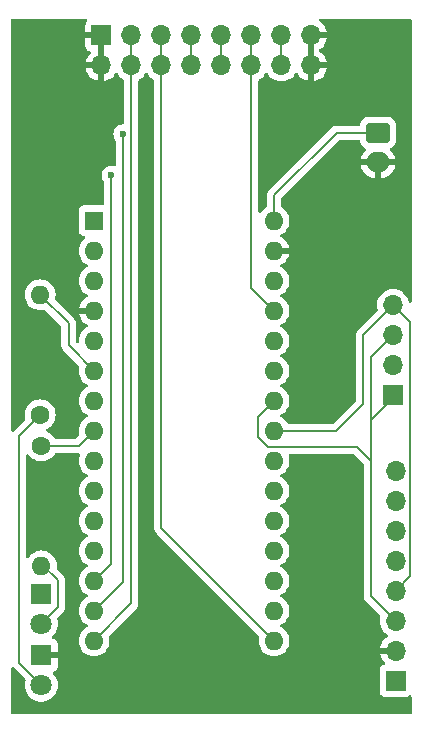
<source format=gbr>
%TF.GenerationSoftware,KiCad,Pcbnew,8.0.8*%
%TF.CreationDate,2025-01-20T03:53:25+01:00*%
%TF.ProjectId,NANO_MPU_SD_2Layers,4e414e4f-5f4d-4505-955f-53445f324c61,rev?*%
%TF.SameCoordinates,Original*%
%TF.FileFunction,Copper,L1,Top*%
%TF.FilePolarity,Positive*%
%FSLAX46Y46*%
G04 Gerber Fmt 4.6, Leading zero omitted, Abs format (unit mm)*
G04 Created by KiCad (PCBNEW 8.0.8) date 2025-01-20 03:53:25*
%MOMM*%
%LPD*%
G01*
G04 APERTURE LIST*
G04 Aperture macros list*
%AMRoundRect*
0 Rectangle with rounded corners*
0 $1 Rounding radius*
0 $2 $3 $4 $5 $6 $7 $8 $9 X,Y pos of 4 corners*
0 Add a 4 corners polygon primitive as box body*
4,1,4,$2,$3,$4,$5,$6,$7,$8,$9,$2,$3,0*
0 Add four circle primitives for the rounded corners*
1,1,$1+$1,$2,$3*
1,1,$1+$1,$4,$5*
1,1,$1+$1,$6,$7*
1,1,$1+$1,$8,$9*
0 Add four rect primitives between the rounded corners*
20,1,$1+$1,$2,$3,$4,$5,0*
20,1,$1+$1,$4,$5,$6,$7,0*
20,1,$1+$1,$6,$7,$8,$9,0*
20,1,$1+$1,$8,$9,$2,$3,0*%
G04 Aperture macros list end*
%TA.AperFunction,ComponentPad*%
%ADD10R,1.600000X1.600000*%
%TD*%
%TA.AperFunction,ComponentPad*%
%ADD11O,1.600000X1.600000*%
%TD*%
%TA.AperFunction,ComponentPad*%
%ADD12C,1.600000*%
%TD*%
%TA.AperFunction,ComponentPad*%
%ADD13R,1.800000X1.800000*%
%TD*%
%TA.AperFunction,ComponentPad*%
%ADD14C,1.800000*%
%TD*%
%TA.AperFunction,ComponentPad*%
%ADD15R,1.700000X1.700000*%
%TD*%
%TA.AperFunction,ComponentPad*%
%ADD16O,1.700000X1.700000*%
%TD*%
%TA.AperFunction,ComponentPad*%
%ADD17RoundRect,0.250000X-0.750000X0.600000X-0.750000X-0.600000X0.750000X-0.600000X0.750000X0.600000X0*%
%TD*%
%TA.AperFunction,ComponentPad*%
%ADD18O,2.000000X1.700000*%
%TD*%
%TA.AperFunction,ViaPad*%
%ADD19C,0.600000*%
%TD*%
%TA.AperFunction,Conductor*%
%ADD20C,0.200000*%
%TD*%
G04 APERTURE END LIST*
D10*
%TO.P,A1,1,D1/TX*%
%TO.N,unconnected-(A1-D1{slash}TX-Pad1)*%
X57560000Y-67660000D03*
D11*
%TO.P,A1,2,D0/RX*%
%TO.N,unconnected-(A1-D0{slash}RX-Pad2)*%
X57560000Y-70200000D03*
%TO.P,A1,3,~{RESET}*%
%TO.N,unconnected-(A1-~{RESET}-Pad3)*%
X57560000Y-72740000D03*
%TO.P,A1,4,GND*%
%TO.N,GND*%
X57560000Y-75280000D03*
%TO.P,A1,5,D2*%
%TO.N,unconnected-(A1-D2-Pad5)*%
X57560000Y-77820000D03*
%TO.P,A1,6,D3*%
%TO.N,Net-(A1-D3)*%
X57560000Y-80360000D03*
%TO.P,A1,7,D4*%
%TO.N,unconnected-(A1-D4-Pad7)*%
X57560000Y-82900000D03*
%TO.P,A1,8,D5*%
%TO.N,Net-(A1-D5)*%
X57560000Y-85440000D03*
%TO.P,A1,9,D6*%
%TO.N,unconnected-(A1-D6-Pad9)*%
X57560000Y-87980000D03*
%TO.P,A1,10,D7*%
%TO.N,unconnected-(A1-D7-Pad10)*%
X57560000Y-90520000D03*
%TO.P,A1,11,D8*%
%TO.N,unconnected-(A1-D8-Pad11)*%
X57560000Y-93060000D03*
%TO.P,A1,12,D9*%
%TO.N,unconnected-(A1-D9-Pad12)*%
X57560000Y-95600000D03*
%TO.P,A1,13,D10*%
%TO.N,Net-(A1-D10)*%
X57560000Y-98140000D03*
%TO.P,A1,14,D11*%
%TO.N,Net-(A1-D11)*%
X57560000Y-100680000D03*
%TO.P,A1,15,D12*%
%TO.N,Net-(A1-D12)*%
X57560000Y-103220000D03*
%TO.P,A1,16,D13*%
%TO.N,Net-(A1-D13)*%
X72800000Y-103220000D03*
%TO.P,A1,17,3V3*%
%TO.N,+3.3V*%
X72800000Y-100680000D03*
%TO.P,A1,18,AREF*%
%TO.N,unconnected-(A1-AREF-Pad18)*%
X72800000Y-98140000D03*
%TO.P,A1,19,A0*%
%TO.N,unconnected-(A1-A0-Pad19)*%
X72800000Y-95600000D03*
%TO.P,A1,20,A1*%
%TO.N,unconnected-(A1-A1-Pad20)*%
X72800000Y-93060000D03*
%TO.P,A1,21,A2*%
%TO.N,unconnected-(A1-A2-Pad21)*%
X72800000Y-90520000D03*
%TO.P,A1,22,A3*%
%TO.N,unconnected-(A1-A3-Pad22)*%
X72800000Y-87980000D03*
%TO.P,A1,23,A4*%
%TO.N,Net-(A1-A4)*%
X72800000Y-85440000D03*
%TO.P,A1,24,A5*%
%TO.N,Net-(A1-A5)*%
X72800000Y-82900000D03*
%TO.P,A1,25,A6*%
%TO.N,unconnected-(A1-A6-Pad25)*%
X72800000Y-80360000D03*
%TO.P,A1,26,A7*%
%TO.N,unconnected-(A1-A7-Pad26)*%
X72800000Y-77820000D03*
%TO.P,A1,27,+5V*%
%TO.N,+5V*%
X72800000Y-75280000D03*
%TO.P,A1,28,~{RESET}*%
%TO.N,unconnected-(A1-~{RESET}-Pad28)*%
X72800000Y-72740000D03*
%TO.P,A1,29,GND*%
%TO.N,GND*%
X72800000Y-70200000D03*
%TO.P,A1,30,VIN*%
%TO.N,Net-(A1-VIN)*%
X72800000Y-67660000D03*
%TD*%
D12*
%TO.P,R1,1*%
%TO.N,Net-(A1-D5)*%
X53100000Y-86720000D03*
D11*
%TO.P,R1,2*%
%TO.N,Net-(D1-A)*%
X53100000Y-96880000D03*
%TD*%
D13*
%TO.P,D2,1,K*%
%TO.N,GND*%
X53100000Y-104430000D03*
D14*
%TO.P,D2,2,A*%
%TO.N,Net-(D2-A)*%
X53100000Y-106970000D03*
%TD*%
D15*
%TO.P,J2,1,ePin_b2*%
%TO.N,GND*%
X58180000Y-51960000D03*
D16*
%TO.P,J2,2,ePin_a2*%
X58180000Y-54500000D03*
%TO.P,J2,3,eePin_b4*%
%TO.N,Net-(A1-D12)*%
X60720000Y-51960000D03*
%TO.P,J2,4,ePin_a4*%
X60720000Y-54500000D03*
%TO.P,J2,5,ePin_b6*%
%TO.N,Net-(A1-D13)*%
X63260000Y-51960000D03*
%TO.P,J2,6,ePin_a6*%
X63260000Y-54500000D03*
%TO.P,J2,7,ePin_b8*%
%TO.N,Net-(A1-D11)*%
X65800000Y-51960000D03*
%TO.P,J2,8,ePin_a8*%
X65800000Y-54500000D03*
%TO.P,J2,9,ePin_b10*%
%TO.N,Net-(A1-D10)*%
X68340000Y-51960000D03*
%TO.P,J2,10,ePin_a10*%
X68340000Y-54500000D03*
%TO.P,J2,11,ePin_b12*%
%TO.N,+5V*%
X70880000Y-51960000D03*
%TO.P,J2,12,ePin_a12*%
X70880000Y-54500000D03*
%TO.P,J2,13,Pin_b14*%
%TO.N,+3.3V*%
X73420000Y-51960000D03*
%TO.P,J2,14,ePin_a14*%
X73420000Y-54500000D03*
%TO.P,J2,15,ePin_b16*%
%TO.N,GND*%
X75960000Y-51960000D03*
%TO.P,J2,16,ePin_a16*%
X75960000Y-54500000D03*
%TD*%
D15*
%TO.P,J3,1,Pin_1*%
%TO.N,+3.3V*%
X82875000Y-82400000D03*
D16*
%TO.P,J3,2,Pin_2*%
%TO.N,GND*%
X82875000Y-79860000D03*
%TO.P,J3,3,Pin_3*%
%TO.N,Net-(A1-A5)*%
X82875000Y-77320000D03*
%TO.P,J3,4,Pin_4*%
%TO.N,Net-(A1-A4)*%
X82875000Y-74780000D03*
%TD*%
D13*
%TO.P,D1,1,K*%
%TO.N,GND*%
X53100000Y-99230000D03*
D14*
%TO.P,D1,2,A*%
%TO.N,Net-(D1-A)*%
X53100000Y-101770000D03*
%TD*%
D15*
%TO.P,J1,1,Pin_1*%
%TO.N,+3.3V*%
X83100000Y-106600000D03*
D16*
%TO.P,J1,2,Pin_2*%
%TO.N,GND*%
X83100000Y-104060000D03*
%TO.P,J1,3,Pin_3*%
%TO.N,Net-(A1-A5)*%
X83100000Y-101520000D03*
%TO.P,J1,4,Pin_4*%
%TO.N,Net-(A1-A4)*%
X83100000Y-98980000D03*
%TO.P,J1,5,Pin_5*%
%TO.N,unconnected-(J1-Pin_5-Pad5)*%
X83100000Y-96440000D03*
%TO.P,J1,6,Pin_6*%
%TO.N,unconnected-(J1-Pin_6-Pad6)*%
X83100000Y-93900000D03*
%TO.P,J1,7,Pin_7*%
%TO.N,unconnected-(J1-Pin_7-Pad7)*%
X83100000Y-91360000D03*
%TO.P,J1,8,Pin_8*%
%TO.N,unconnected-(J1-Pin_8-Pad8)*%
X83100000Y-88820000D03*
%TD*%
D12*
%TO.P,R2,1*%
%TO.N,Net-(D2-A)*%
X53000000Y-84080000D03*
D11*
%TO.P,R2,2*%
%TO.N,Net-(A1-D3)*%
X53000000Y-73920000D03*
%TD*%
D17*
%TO.P,J4,1,Pin_1*%
%TO.N,Net-(A1-VIN)*%
X81600000Y-60200000D03*
D18*
%TO.P,J4,2,Pin_2*%
%TO.N,GND*%
X81600000Y-62700000D03*
%TD*%
D19*
%TO.N,Net-(A1-D10)*%
X59000000Y-63800000D03*
%TO.N,Net-(A1-D11)*%
X60000000Y-60300000D03*
%TD*%
D20*
%TO.N,Net-(A1-D10)*%
X59000000Y-96700000D02*
X59000000Y-63800000D01*
X57560000Y-98140000D02*
X59000000Y-96700000D01*
X68340000Y-54500000D02*
X68340000Y-51960000D01*
%TO.N,Net-(A1-D11)*%
X60000000Y-98240000D02*
X60000000Y-60300000D01*
X57560000Y-100680000D02*
X60000000Y-98240000D01*
X65800000Y-54500000D02*
X65800000Y-51960000D01*
%TO.N,Net-(A1-VIN)*%
X72800000Y-67660000D02*
X72800000Y-65500000D01*
X72800000Y-65500000D02*
X78100000Y-60200000D01*
X81600000Y-60200000D02*
X78100000Y-60200000D01*
%TO.N,Net-(A1-D3)*%
X55400000Y-76320000D02*
X55400000Y-76900000D01*
X57560000Y-80360000D02*
X55400000Y-78200000D01*
X55400000Y-78200000D02*
X55400000Y-76900000D01*
X53000000Y-73920000D02*
X55400000Y-76320000D01*
%TO.N,+3.3V*%
X73420000Y-51960000D02*
X73420000Y-54500000D01*
%TO.N,Net-(A1-D13)*%
X63260000Y-51960000D02*
X63260000Y-54500000D01*
X63260000Y-93680000D02*
X72800000Y-103220000D01*
X63260000Y-54500000D02*
X63260000Y-93680000D01*
%TO.N,+5V*%
X70880000Y-54500000D02*
X70880000Y-51960000D01*
X70880000Y-73360000D02*
X72800000Y-75280000D01*
X70880000Y-54500000D02*
X70880000Y-73360000D01*
%TO.N,Net-(A1-A5)*%
X82875000Y-77320000D02*
X81000000Y-79195000D01*
X81000000Y-99400000D02*
X81000000Y-88000000D01*
X71400000Y-84300000D02*
X71400000Y-85800000D01*
X72264365Y-86800000D02*
X79800000Y-86800000D01*
X81000000Y-79195000D02*
X81000000Y-84600000D01*
X83100000Y-101520000D02*
X81000000Y-99420000D01*
X71400000Y-85935635D02*
X71400000Y-85800000D01*
X72264365Y-86800000D02*
X71400000Y-85935635D01*
X72800000Y-82900000D02*
X71700000Y-84000000D01*
X81000000Y-99420000D02*
X81000000Y-99400000D01*
X79800000Y-86800000D02*
X81000000Y-88000000D01*
X71700000Y-84000000D02*
X71400000Y-84300000D01*
X71700000Y-86235635D02*
X72264365Y-86800000D01*
X81000000Y-84500000D02*
X81000000Y-84600000D01*
X81000000Y-84600000D02*
X81000000Y-88000000D01*
X83100000Y-82400000D02*
X81000000Y-84500000D01*
%TO.N,Net-(A1-D5)*%
X53100000Y-86720000D02*
X56280000Y-86720000D01*
X56280000Y-86720000D02*
X57560000Y-85440000D01*
%TO.N,Net-(A1-A4)*%
X80300000Y-83200000D02*
X78060000Y-85440000D01*
X82875000Y-74780000D02*
X84350000Y-76255000D01*
X78060000Y-85440000D02*
X72800000Y-85440000D01*
X84350000Y-97730000D02*
X83100000Y-98980000D01*
X82875000Y-74780000D02*
X80300000Y-77355000D01*
X80300000Y-77355000D02*
X80300000Y-83200000D01*
X84350000Y-76255000D02*
X84350000Y-97730000D01*
%TO.N,Net-(A1-D12)*%
X57560000Y-103220000D02*
X60720000Y-100060000D01*
X60720000Y-100060000D02*
X60720000Y-54500000D01*
X60720000Y-54500000D02*
X60720000Y-51960000D01*
%TO.N,Net-(D1-A)*%
X53100000Y-96700000D02*
X54500000Y-98100000D01*
X53100000Y-101770000D02*
X54500000Y-100370000D01*
X54500000Y-98100000D02*
X54500000Y-98900000D01*
X54500000Y-100370000D02*
X54500000Y-98900000D01*
%TO.N,Net-(D2-A)*%
X53000000Y-84080000D02*
X51200000Y-85880000D01*
X53100000Y-106970000D02*
X51200000Y-105070000D01*
X51200000Y-85880000D02*
X51200000Y-104800000D01*
X51200000Y-105070000D02*
X51200000Y-104800000D01*
%TD*%
%TA.AperFunction,Conductor*%
%TO.N,GND*%
G36*
X62074855Y-55166546D02*
G01*
X62091575Y-55185842D01*
X62221281Y-55371082D01*
X62221505Y-55371401D01*
X62388599Y-55538495D01*
X62485384Y-55606265D01*
X62582165Y-55674032D01*
X62582167Y-55674033D01*
X62582170Y-55674035D01*
X62587898Y-55676706D01*
X62640339Y-55722872D01*
X62659500Y-55789090D01*
X62659500Y-93593330D01*
X62659499Y-93593348D01*
X62659499Y-93759054D01*
X62659498Y-93759054D01*
X62700424Y-93911789D01*
X62700425Y-93911790D01*
X62720541Y-93946631D01*
X62720542Y-93946632D01*
X62779477Y-94048712D01*
X62779481Y-94048717D01*
X62898349Y-94167585D01*
X62898355Y-94167590D01*
X71508058Y-102777293D01*
X71541543Y-102838616D01*
X71540152Y-102897067D01*
X71514366Y-102993302D01*
X71514364Y-102993313D01*
X71494532Y-103219998D01*
X71494532Y-103220001D01*
X71514364Y-103446686D01*
X71514366Y-103446697D01*
X71573258Y-103666488D01*
X71573261Y-103666497D01*
X71669431Y-103872732D01*
X71669432Y-103872734D01*
X71799954Y-104059141D01*
X71960858Y-104220045D01*
X71960861Y-104220047D01*
X72147266Y-104350568D01*
X72353504Y-104446739D01*
X72573308Y-104505635D01*
X72735230Y-104519801D01*
X72799998Y-104525468D01*
X72800000Y-104525468D01*
X72800002Y-104525468D01*
X72856673Y-104520509D01*
X73026692Y-104505635D01*
X73246496Y-104446739D01*
X73452734Y-104350568D01*
X73639139Y-104220047D01*
X73800047Y-104059139D01*
X73930568Y-103872734D01*
X74026739Y-103666496D01*
X74085635Y-103446692D01*
X74105468Y-103220000D01*
X74085635Y-102993308D01*
X74026739Y-102773504D01*
X73930568Y-102567266D01*
X73800047Y-102380861D01*
X73800045Y-102380858D01*
X73639141Y-102219954D01*
X73452734Y-102089432D01*
X73452728Y-102089429D01*
X73394725Y-102062382D01*
X73342285Y-102016210D01*
X73323133Y-101949017D01*
X73343348Y-101882135D01*
X73394725Y-101837618D01*
X73452734Y-101810568D01*
X73639139Y-101680047D01*
X73800047Y-101519139D01*
X73930568Y-101332734D01*
X74026739Y-101126496D01*
X74085635Y-100906692D01*
X74105468Y-100680000D01*
X74085635Y-100453308D01*
X74026739Y-100233504D01*
X73930568Y-100027266D01*
X73800047Y-99840861D01*
X73800045Y-99840858D01*
X73639140Y-99679953D01*
X73452734Y-99549432D01*
X73452728Y-99549429D01*
X73394725Y-99522382D01*
X73342285Y-99476210D01*
X73323133Y-99409017D01*
X73343348Y-99342135D01*
X73394725Y-99297618D01*
X73412683Y-99289244D01*
X73452734Y-99270568D01*
X73639139Y-99140047D01*
X73800047Y-98979139D01*
X73930568Y-98792734D01*
X74026739Y-98586496D01*
X74085635Y-98366692D01*
X74105468Y-98140000D01*
X74085635Y-97913308D01*
X74026739Y-97693504D01*
X73930568Y-97487266D01*
X73800047Y-97300861D01*
X73800045Y-97300858D01*
X73639141Y-97139954D01*
X73452734Y-97009432D01*
X73452728Y-97009429D01*
X73394725Y-96982382D01*
X73342285Y-96936210D01*
X73323133Y-96869017D01*
X73343348Y-96802135D01*
X73394725Y-96757618D01*
X73452734Y-96730568D01*
X73639139Y-96600047D01*
X73800047Y-96439139D01*
X73930568Y-96252734D01*
X74026739Y-96046496D01*
X74085635Y-95826692D01*
X74105468Y-95600000D01*
X74085635Y-95373308D01*
X74026739Y-95153504D01*
X73930568Y-94947266D01*
X73800047Y-94760861D01*
X73800045Y-94760858D01*
X73639141Y-94599954D01*
X73452734Y-94469432D01*
X73452728Y-94469429D01*
X73394725Y-94442382D01*
X73342285Y-94396210D01*
X73323133Y-94329017D01*
X73343348Y-94262135D01*
X73394725Y-94217618D01*
X73452734Y-94190568D01*
X73639139Y-94060047D01*
X73800047Y-93899139D01*
X73930568Y-93712734D01*
X74026739Y-93506496D01*
X74085635Y-93286692D01*
X74105468Y-93060000D01*
X74085635Y-92833308D01*
X74026739Y-92613504D01*
X73930568Y-92407266D01*
X73800047Y-92220861D01*
X73800045Y-92220858D01*
X73639141Y-92059954D01*
X73452734Y-91929432D01*
X73452728Y-91929429D01*
X73394725Y-91902382D01*
X73342285Y-91856210D01*
X73323133Y-91789017D01*
X73343348Y-91722135D01*
X73394725Y-91677618D01*
X73452734Y-91650568D01*
X73639139Y-91520047D01*
X73800047Y-91359139D01*
X73930568Y-91172734D01*
X74026739Y-90966496D01*
X74085635Y-90746692D01*
X74105468Y-90520000D01*
X74085635Y-90293308D01*
X74026739Y-90073504D01*
X73930568Y-89867266D01*
X73800047Y-89680861D01*
X73800045Y-89680858D01*
X73639141Y-89519954D01*
X73452734Y-89389432D01*
X73452728Y-89389429D01*
X73394725Y-89362382D01*
X73342285Y-89316210D01*
X73323133Y-89249017D01*
X73343348Y-89182135D01*
X73394725Y-89137618D01*
X73452734Y-89110568D01*
X73639139Y-88980047D01*
X73800047Y-88819139D01*
X73930568Y-88632734D01*
X74026739Y-88426496D01*
X74085635Y-88206692D01*
X74105468Y-87980000D01*
X74085635Y-87753308D01*
X74034067Y-87560851D01*
X74032926Y-87556593D01*
X74034589Y-87486743D01*
X74073752Y-87428881D01*
X74137980Y-87401377D01*
X74152701Y-87400500D01*
X79499903Y-87400500D01*
X79566942Y-87420185D01*
X79587584Y-87436819D01*
X80363181Y-88212416D01*
X80396666Y-88273739D01*
X80399500Y-88300097D01*
X80399500Y-99333330D01*
X80399499Y-99333348D01*
X80399499Y-99499054D01*
X80399498Y-99499054D01*
X80440423Y-99651785D01*
X80456686Y-99679953D01*
X80456685Y-99679953D01*
X80456686Y-99679954D01*
X80519475Y-99788709D01*
X80519481Y-99788717D01*
X80638349Y-99907585D01*
X80638355Y-99907590D01*
X81767233Y-101036468D01*
X81800718Y-101097791D01*
X81799327Y-101156241D01*
X81764939Y-101284583D01*
X81764936Y-101284596D01*
X81744341Y-101519999D01*
X81744341Y-101520000D01*
X81764936Y-101755403D01*
X81764938Y-101755413D01*
X81826094Y-101983655D01*
X81826096Y-101983659D01*
X81826097Y-101983663D01*
X81875417Y-102089429D01*
X81925965Y-102197830D01*
X81925967Y-102197834D01*
X81993241Y-102293910D01*
X82061501Y-102391396D01*
X82061506Y-102391402D01*
X82228597Y-102558493D01*
X82228603Y-102558498D01*
X82414594Y-102688730D01*
X82458219Y-102743307D01*
X82465413Y-102812805D01*
X82433890Y-102875160D01*
X82414595Y-102891880D01*
X82228922Y-103021890D01*
X82228920Y-103021891D01*
X82061891Y-103188920D01*
X82061886Y-103188926D01*
X81926400Y-103382420D01*
X81926399Y-103382422D01*
X81826570Y-103596507D01*
X81826567Y-103596513D01*
X81769364Y-103809999D01*
X81769364Y-103810000D01*
X82666988Y-103810000D01*
X82634075Y-103867007D01*
X82600000Y-103994174D01*
X82600000Y-104125826D01*
X82634075Y-104252993D01*
X82666988Y-104310000D01*
X81769364Y-104310000D01*
X81826567Y-104523486D01*
X81826570Y-104523492D01*
X81926399Y-104737578D01*
X82061894Y-104931082D01*
X82183946Y-105053134D01*
X82217431Y-105114457D01*
X82212447Y-105184149D01*
X82170575Y-105240082D01*
X82139598Y-105256997D01*
X82007671Y-105306202D01*
X82007664Y-105306206D01*
X81892455Y-105392452D01*
X81892452Y-105392455D01*
X81806206Y-105507664D01*
X81806202Y-105507671D01*
X81755908Y-105642517D01*
X81749501Y-105702116D01*
X81749500Y-105702135D01*
X81749500Y-107497870D01*
X81749501Y-107497876D01*
X81755908Y-107557483D01*
X81806202Y-107692328D01*
X81806206Y-107692335D01*
X81892452Y-107807544D01*
X81892455Y-107807547D01*
X82007664Y-107893793D01*
X82007671Y-107893797D01*
X82142517Y-107944091D01*
X82142516Y-107944091D01*
X82149444Y-107944835D01*
X82202127Y-107950500D01*
X83997872Y-107950499D01*
X84057483Y-107944091D01*
X84192331Y-107893796D01*
X84251189Y-107849734D01*
X84316652Y-107825317D01*
X84384925Y-107840168D01*
X84434331Y-107889573D01*
X84449500Y-107949001D01*
X84449500Y-109325500D01*
X84429815Y-109392539D01*
X84377011Y-109438294D01*
X84325500Y-109449500D01*
X50674500Y-109449500D01*
X50607461Y-109429815D01*
X50561706Y-109377011D01*
X50550500Y-109325500D01*
X50550500Y-105569098D01*
X50570185Y-105502059D01*
X50622989Y-105456304D01*
X50692147Y-105446360D01*
X50755703Y-105475385D01*
X50762181Y-105481417D01*
X50838349Y-105557585D01*
X50838355Y-105557590D01*
X51725795Y-106445030D01*
X51759280Y-106506353D01*
X51758320Y-106563151D01*
X51713866Y-106738691D01*
X51713864Y-106738702D01*
X51694700Y-106969993D01*
X51694700Y-106970006D01*
X51713864Y-107201297D01*
X51713866Y-107201308D01*
X51770842Y-107426300D01*
X51864075Y-107638848D01*
X51991016Y-107833147D01*
X51991019Y-107833151D01*
X51991021Y-107833153D01*
X52148216Y-108003913D01*
X52148219Y-108003915D01*
X52148222Y-108003918D01*
X52331365Y-108146464D01*
X52331371Y-108146468D01*
X52331374Y-108146470D01*
X52535497Y-108256936D01*
X52649487Y-108296068D01*
X52755015Y-108332297D01*
X52755017Y-108332297D01*
X52755019Y-108332298D01*
X52983951Y-108370500D01*
X52983952Y-108370500D01*
X53216048Y-108370500D01*
X53216049Y-108370500D01*
X53444981Y-108332298D01*
X53664503Y-108256936D01*
X53868626Y-108146470D01*
X54051784Y-108003913D01*
X54208979Y-107833153D01*
X54335924Y-107638849D01*
X54429157Y-107426300D01*
X54486134Y-107201305D01*
X54505300Y-106970000D01*
X54505300Y-106969993D01*
X54486135Y-106738702D01*
X54486133Y-106738691D01*
X54429157Y-106513699D01*
X54335924Y-106301151D01*
X54208981Y-106106849D01*
X54113832Y-106003489D01*
X54082910Y-105940835D01*
X54090770Y-105871409D01*
X54134918Y-105817253D01*
X54161730Y-105803325D01*
X54242084Y-105773355D01*
X54242093Y-105773350D01*
X54357187Y-105687190D01*
X54357190Y-105687187D01*
X54443350Y-105572093D01*
X54443354Y-105572086D01*
X54493596Y-105437379D01*
X54493598Y-105437372D01*
X54499999Y-105377844D01*
X54500000Y-105377827D01*
X54500000Y-104680000D01*
X53475278Y-104680000D01*
X53519333Y-104603694D01*
X53550000Y-104489244D01*
X53550000Y-104370756D01*
X53519333Y-104256306D01*
X53475278Y-104180000D01*
X54500000Y-104180000D01*
X54500000Y-103482172D01*
X54499999Y-103482155D01*
X54493598Y-103422627D01*
X54493596Y-103422620D01*
X54443354Y-103287913D01*
X54443350Y-103287906D01*
X54357190Y-103172812D01*
X54357187Y-103172809D01*
X54242093Y-103086649D01*
X54242086Y-103086645D01*
X54107379Y-103036403D01*
X54107374Y-103036402D01*
X54100988Y-103035715D01*
X54036438Y-103008973D01*
X53996593Y-102951578D01*
X53994104Y-102881753D01*
X54029760Y-102821666D01*
X54038084Y-102814575D01*
X54051784Y-102803913D01*
X54208979Y-102633153D01*
X54335924Y-102438849D01*
X54429157Y-102226300D01*
X54486134Y-102001305D01*
X54487596Y-101983663D01*
X54505300Y-101770006D01*
X54505300Y-101769993D01*
X54486135Y-101538702D01*
X54486131Y-101538682D01*
X54441680Y-101363151D01*
X54444304Y-101293331D01*
X54474202Y-101245031D01*
X54858506Y-100860728D01*
X54858511Y-100860724D01*
X54868714Y-100850520D01*
X54868716Y-100850520D01*
X54980520Y-100738716D01*
X55041342Y-100633368D01*
X55059577Y-100601785D01*
X55100501Y-100449057D01*
X55100501Y-100290943D01*
X55100501Y-100283348D01*
X55100500Y-100283330D01*
X55100500Y-98189059D01*
X55100501Y-98189046D01*
X55100501Y-98020945D01*
X55100501Y-98020943D01*
X55059577Y-97868215D01*
X55023637Y-97805965D01*
X55017223Y-97794855D01*
X54980522Y-97731287D01*
X54980521Y-97731286D01*
X54980520Y-97731284D01*
X54868716Y-97619480D01*
X54868715Y-97619479D01*
X54864385Y-97615149D01*
X54864374Y-97615139D01*
X54424131Y-97174896D01*
X54390646Y-97113573D01*
X54388284Y-97076410D01*
X54405468Y-96880000D01*
X54385635Y-96653308D01*
X54328480Y-96440000D01*
X54326741Y-96433511D01*
X54326738Y-96433502D01*
X54230568Y-96227267D01*
X54230567Y-96227265D01*
X54214691Y-96204592D01*
X54100047Y-96040861D01*
X54100045Y-96040858D01*
X53939141Y-95879954D01*
X53752734Y-95749432D01*
X53752732Y-95749431D01*
X53546497Y-95653261D01*
X53546488Y-95653258D01*
X53326697Y-95594366D01*
X53326693Y-95594365D01*
X53326692Y-95594365D01*
X53326691Y-95594364D01*
X53326686Y-95594364D01*
X53100002Y-95574532D01*
X53099998Y-95574532D01*
X52873313Y-95594364D01*
X52873302Y-95594366D01*
X52653511Y-95653258D01*
X52653502Y-95653261D01*
X52447267Y-95749431D01*
X52447265Y-95749432D01*
X52260858Y-95879954D01*
X52099954Y-96040858D01*
X52026075Y-96146370D01*
X51971498Y-96189995D01*
X51902000Y-96197189D01*
X51839645Y-96165666D01*
X51804231Y-96105437D01*
X51800500Y-96075247D01*
X51800500Y-87524752D01*
X51820185Y-87457713D01*
X51872989Y-87411958D01*
X51942147Y-87402014D01*
X52005703Y-87431039D01*
X52026073Y-87453627D01*
X52032040Y-87462148D01*
X52099954Y-87559141D01*
X52260858Y-87720045D01*
X52260861Y-87720047D01*
X52447266Y-87850568D01*
X52653504Y-87946739D01*
X52653509Y-87946740D01*
X52653511Y-87946741D01*
X52706415Y-87960916D01*
X52873308Y-88005635D01*
X53035230Y-88019801D01*
X53099998Y-88025468D01*
X53100000Y-88025468D01*
X53100002Y-88025468D01*
X53156673Y-88020509D01*
X53326692Y-88005635D01*
X53546496Y-87946739D01*
X53752734Y-87850568D01*
X53939139Y-87720047D01*
X54100047Y-87559139D01*
X54230118Y-87373375D01*
X54284693Y-87329752D01*
X54331692Y-87320500D01*
X56193331Y-87320500D01*
X56193347Y-87320501D01*
X56237945Y-87320501D01*
X56304984Y-87340186D01*
X56350739Y-87392990D01*
X56360683Y-87462148D01*
X56350327Y-87496905D01*
X56333263Y-87533497D01*
X56333258Y-87533511D01*
X56274366Y-87753302D01*
X56274364Y-87753313D01*
X56254532Y-87979998D01*
X56254532Y-87980001D01*
X56274364Y-88206686D01*
X56274366Y-88206697D01*
X56333258Y-88426488D01*
X56333261Y-88426497D01*
X56429431Y-88632732D01*
X56429432Y-88632734D01*
X56559954Y-88819141D01*
X56720858Y-88980045D01*
X56720861Y-88980047D01*
X56907266Y-89110568D01*
X56965275Y-89137618D01*
X57017714Y-89183791D01*
X57036866Y-89250984D01*
X57016650Y-89317865D01*
X56965275Y-89362382D01*
X56907267Y-89389431D01*
X56907265Y-89389432D01*
X56720858Y-89519954D01*
X56559954Y-89680858D01*
X56429432Y-89867265D01*
X56429431Y-89867267D01*
X56333261Y-90073502D01*
X56333258Y-90073511D01*
X56274366Y-90293302D01*
X56274364Y-90293313D01*
X56254532Y-90519998D01*
X56254532Y-90520001D01*
X56274364Y-90746686D01*
X56274366Y-90746697D01*
X56333258Y-90966488D01*
X56333261Y-90966497D01*
X56429431Y-91172732D01*
X56429432Y-91172734D01*
X56559954Y-91359141D01*
X56720858Y-91520045D01*
X56720861Y-91520047D01*
X56907266Y-91650568D01*
X56965275Y-91677618D01*
X57017714Y-91723791D01*
X57036866Y-91790984D01*
X57016650Y-91857865D01*
X56965275Y-91902382D01*
X56907267Y-91929431D01*
X56907265Y-91929432D01*
X56720858Y-92059954D01*
X56559954Y-92220858D01*
X56429432Y-92407265D01*
X56429431Y-92407267D01*
X56333261Y-92613502D01*
X56333258Y-92613511D01*
X56274366Y-92833302D01*
X56274364Y-92833313D01*
X56254532Y-93059998D01*
X56254532Y-93060001D01*
X56274364Y-93286686D01*
X56274366Y-93286697D01*
X56333258Y-93506488D01*
X56333261Y-93506497D01*
X56429431Y-93712732D01*
X56429432Y-93712734D01*
X56559954Y-93899141D01*
X56720858Y-94060045D01*
X56720861Y-94060047D01*
X56907266Y-94190568D01*
X56965275Y-94217618D01*
X57017714Y-94263791D01*
X57036866Y-94330984D01*
X57016650Y-94397865D01*
X56965275Y-94442382D01*
X56907267Y-94469431D01*
X56907265Y-94469432D01*
X56720858Y-94599954D01*
X56559954Y-94760858D01*
X56429432Y-94947265D01*
X56429431Y-94947267D01*
X56333261Y-95153502D01*
X56333258Y-95153511D01*
X56274366Y-95373302D01*
X56274364Y-95373313D01*
X56254532Y-95599998D01*
X56254532Y-95600001D01*
X56274364Y-95826686D01*
X56274366Y-95826697D01*
X56333258Y-96046488D01*
X56333261Y-96046497D01*
X56429431Y-96252732D01*
X56429432Y-96252734D01*
X56559954Y-96439141D01*
X56720858Y-96600045D01*
X56720861Y-96600047D01*
X56907266Y-96730568D01*
X56965275Y-96757618D01*
X57017714Y-96803791D01*
X57036866Y-96870984D01*
X57016650Y-96937865D01*
X56965275Y-96982382D01*
X56907267Y-97009431D01*
X56907265Y-97009432D01*
X56720858Y-97139954D01*
X56559954Y-97300858D01*
X56429432Y-97487265D01*
X56429431Y-97487267D01*
X56333261Y-97693502D01*
X56333258Y-97693511D01*
X56274366Y-97913302D01*
X56274364Y-97913313D01*
X56254532Y-98139998D01*
X56254532Y-98140001D01*
X56274364Y-98366686D01*
X56274366Y-98366697D01*
X56333258Y-98586488D01*
X56333261Y-98586497D01*
X56429431Y-98792732D01*
X56429432Y-98792734D01*
X56559954Y-98979141D01*
X56720858Y-99140045D01*
X56720861Y-99140047D01*
X56907266Y-99270568D01*
X56947317Y-99289244D01*
X56965275Y-99297618D01*
X57017714Y-99343791D01*
X57036866Y-99410984D01*
X57016650Y-99477865D01*
X56965275Y-99522382D01*
X56907267Y-99549431D01*
X56907265Y-99549432D01*
X56720860Y-99679953D01*
X56559954Y-99840858D01*
X56429432Y-100027265D01*
X56429431Y-100027267D01*
X56333261Y-100233502D01*
X56333258Y-100233511D01*
X56274366Y-100453302D01*
X56274364Y-100453313D01*
X56254532Y-100679998D01*
X56254532Y-100680001D01*
X56274364Y-100906686D01*
X56274366Y-100906697D01*
X56333258Y-101126488D01*
X56333261Y-101126497D01*
X56429431Y-101332732D01*
X56429432Y-101332734D01*
X56559954Y-101519141D01*
X56720858Y-101680045D01*
X56720861Y-101680047D01*
X56907266Y-101810568D01*
X56965275Y-101837618D01*
X57017714Y-101883791D01*
X57036866Y-101950984D01*
X57016650Y-102017865D01*
X56965275Y-102062382D01*
X56907267Y-102089431D01*
X56907265Y-102089432D01*
X56720858Y-102219954D01*
X56559954Y-102380858D01*
X56429432Y-102567265D01*
X56429431Y-102567267D01*
X56333261Y-102773502D01*
X56333258Y-102773511D01*
X56274366Y-102993302D01*
X56274364Y-102993313D01*
X56254532Y-103219998D01*
X56254532Y-103220001D01*
X56274364Y-103446686D01*
X56274366Y-103446697D01*
X56333258Y-103666488D01*
X56333261Y-103666497D01*
X56429431Y-103872732D01*
X56429432Y-103872734D01*
X56559954Y-104059141D01*
X56720858Y-104220045D01*
X56720861Y-104220047D01*
X56907266Y-104350568D01*
X57113504Y-104446739D01*
X57333308Y-104505635D01*
X57495230Y-104519801D01*
X57559998Y-104525468D01*
X57560000Y-104525468D01*
X57560002Y-104525468D01*
X57616673Y-104520509D01*
X57786692Y-104505635D01*
X58006496Y-104446739D01*
X58212734Y-104350568D01*
X58399139Y-104220047D01*
X58560047Y-104059139D01*
X58690568Y-103872734D01*
X58786739Y-103666496D01*
X58845635Y-103446692D01*
X58865468Y-103220000D01*
X58845635Y-102993308D01*
X58819847Y-102897066D01*
X58821510Y-102827217D01*
X58851939Y-102777294D01*
X61078506Y-100550728D01*
X61078511Y-100550724D01*
X61088714Y-100540520D01*
X61088716Y-100540520D01*
X61200520Y-100428716D01*
X61268319Y-100311284D01*
X61279577Y-100291785D01*
X61320501Y-100139057D01*
X61320501Y-99980943D01*
X61320501Y-99973348D01*
X61320500Y-99973330D01*
X61320500Y-55789090D01*
X61340185Y-55722051D01*
X61392101Y-55676706D01*
X61397830Y-55674035D01*
X61591401Y-55538495D01*
X61758495Y-55371401D01*
X61888425Y-55185842D01*
X61943002Y-55142217D01*
X62012500Y-55135023D01*
X62074855Y-55166546D01*
G37*
%TD.AperFunction*%
%TA.AperFunction,Conductor*%
G36*
X56943578Y-50570185D02*
G01*
X56989333Y-50622989D01*
X56999277Y-50692147D01*
X56975805Y-50748811D01*
X56886649Y-50867906D01*
X56886645Y-50867913D01*
X56836403Y-51002620D01*
X56836401Y-51002627D01*
X56830000Y-51062155D01*
X56830000Y-51710000D01*
X57746988Y-51710000D01*
X57714075Y-51767007D01*
X57680000Y-51894174D01*
X57680000Y-52025826D01*
X57714075Y-52152993D01*
X57746988Y-52210000D01*
X56830000Y-52210000D01*
X56830000Y-52857844D01*
X56836401Y-52917372D01*
X56836403Y-52917379D01*
X56886645Y-53052086D01*
X56886649Y-53052093D01*
X56972809Y-53167187D01*
X56972812Y-53167190D01*
X57087906Y-53253350D01*
X57087913Y-53253354D01*
X57219986Y-53302614D01*
X57275920Y-53344485D01*
X57300337Y-53409949D01*
X57285486Y-53478222D01*
X57264335Y-53506477D01*
X57141886Y-53628926D01*
X57006400Y-53822420D01*
X57006399Y-53822422D01*
X56906570Y-54036507D01*
X56906567Y-54036513D01*
X56849364Y-54249999D01*
X56849364Y-54250000D01*
X57746988Y-54250000D01*
X57714075Y-54307007D01*
X57680000Y-54434174D01*
X57680000Y-54565826D01*
X57714075Y-54692993D01*
X57746988Y-54750000D01*
X56849364Y-54750000D01*
X56906567Y-54963486D01*
X56906570Y-54963492D01*
X57006399Y-55177578D01*
X57141894Y-55371082D01*
X57308917Y-55538105D01*
X57502421Y-55673600D01*
X57716507Y-55773429D01*
X57716516Y-55773433D01*
X57930000Y-55830634D01*
X57930000Y-54933012D01*
X57987007Y-54965925D01*
X58114174Y-55000000D01*
X58245826Y-55000000D01*
X58372993Y-54965925D01*
X58430000Y-54933012D01*
X58430000Y-55830633D01*
X58643483Y-55773433D01*
X58643492Y-55773429D01*
X58857578Y-55673600D01*
X59051082Y-55538105D01*
X59218105Y-55371082D01*
X59348119Y-55185405D01*
X59402696Y-55141781D01*
X59472195Y-55134588D01*
X59534549Y-55166110D01*
X59551269Y-55185405D01*
X59681505Y-55371401D01*
X59848599Y-55538495D01*
X59945384Y-55606265D01*
X60042165Y-55674032D01*
X60042167Y-55674033D01*
X60042170Y-55674035D01*
X60047898Y-55676706D01*
X60100339Y-55722872D01*
X60119500Y-55789090D01*
X60119500Y-59370435D01*
X60099815Y-59437474D01*
X60047011Y-59483229D01*
X60006731Y-59491991D01*
X60006919Y-59493655D01*
X59820750Y-59514630D01*
X59820745Y-59514631D01*
X59650476Y-59574211D01*
X59497737Y-59670184D01*
X59370184Y-59797737D01*
X59274211Y-59950476D01*
X59214631Y-60120745D01*
X59214630Y-60120750D01*
X59194435Y-60299996D01*
X59194435Y-60300003D01*
X59214630Y-60479249D01*
X59214631Y-60479254D01*
X59274211Y-60649523D01*
X59370185Y-60802263D01*
X59372445Y-60805097D01*
X59373334Y-60807275D01*
X59373889Y-60808158D01*
X59373734Y-60808255D01*
X59398855Y-60869783D01*
X59399500Y-60882412D01*
X59399500Y-62916936D01*
X59379815Y-62983975D01*
X59327011Y-63029730D01*
X59257853Y-63039674D01*
X59234547Y-63033978D01*
X59179260Y-63014633D01*
X59179249Y-63014630D01*
X59000004Y-62994435D01*
X58999996Y-62994435D01*
X58820750Y-63014630D01*
X58820745Y-63014631D01*
X58650476Y-63074211D01*
X58497737Y-63170184D01*
X58370184Y-63297737D01*
X58274211Y-63450476D01*
X58214631Y-63620745D01*
X58214630Y-63620750D01*
X58194435Y-63799996D01*
X58194435Y-63800003D01*
X58214630Y-63979249D01*
X58214631Y-63979254D01*
X58274211Y-64149523D01*
X58370185Y-64302263D01*
X58372445Y-64305097D01*
X58373334Y-64307275D01*
X58373889Y-64308158D01*
X58373734Y-64308255D01*
X58398855Y-64369783D01*
X58399500Y-64382412D01*
X58399500Y-66235500D01*
X58379815Y-66302539D01*
X58327011Y-66348294D01*
X58275500Y-66359500D01*
X56712129Y-66359500D01*
X56712123Y-66359501D01*
X56652516Y-66365908D01*
X56517671Y-66416202D01*
X56517664Y-66416206D01*
X56402455Y-66502452D01*
X56402452Y-66502455D01*
X56316206Y-66617664D01*
X56316202Y-66617671D01*
X56265908Y-66752517D01*
X56259501Y-66812116D01*
X56259500Y-66812135D01*
X56259500Y-68507870D01*
X56259501Y-68507876D01*
X56265908Y-68567483D01*
X56316202Y-68702328D01*
X56316206Y-68702335D01*
X56402452Y-68817544D01*
X56402455Y-68817547D01*
X56517664Y-68903793D01*
X56517671Y-68903797D01*
X56562618Y-68920561D01*
X56652517Y-68954091D01*
X56687596Y-68957862D01*
X56752144Y-68984599D01*
X56791993Y-69041991D01*
X56794488Y-69111816D01*
X56758836Y-69171905D01*
X56745464Y-69182725D01*
X56720858Y-69199954D01*
X56559954Y-69360858D01*
X56429432Y-69547265D01*
X56429431Y-69547267D01*
X56333261Y-69753502D01*
X56333258Y-69753511D01*
X56274366Y-69973302D01*
X56274364Y-69973313D01*
X56254532Y-70199998D01*
X56254532Y-70200001D01*
X56274364Y-70426686D01*
X56274366Y-70426697D01*
X56333258Y-70646488D01*
X56333261Y-70646497D01*
X56429431Y-70852732D01*
X56429432Y-70852734D01*
X56559954Y-71039141D01*
X56720858Y-71200045D01*
X56720861Y-71200047D01*
X56907266Y-71330568D01*
X56964681Y-71357341D01*
X56965275Y-71357618D01*
X57017714Y-71403791D01*
X57036866Y-71470984D01*
X57016650Y-71537865D01*
X56965275Y-71582382D01*
X56907267Y-71609431D01*
X56907265Y-71609432D01*
X56720858Y-71739954D01*
X56559954Y-71900858D01*
X56429432Y-72087265D01*
X56429431Y-72087267D01*
X56333261Y-72293502D01*
X56333258Y-72293511D01*
X56274366Y-72513302D01*
X56274364Y-72513313D01*
X56254532Y-72739998D01*
X56254532Y-72740001D01*
X56274364Y-72966686D01*
X56274366Y-72966697D01*
X56333258Y-73186488D01*
X56333261Y-73186497D01*
X56429431Y-73392732D01*
X56429432Y-73392734D01*
X56559954Y-73579141D01*
X56720858Y-73740045D01*
X56722943Y-73741505D01*
X56907266Y-73870568D01*
X56965865Y-73897893D01*
X57018305Y-73944065D01*
X57037457Y-74011258D01*
X57017242Y-74078139D01*
X56965867Y-74122657D01*
X56907515Y-74149867D01*
X56721179Y-74280342D01*
X56560342Y-74441179D01*
X56429865Y-74627517D01*
X56333734Y-74833673D01*
X56333730Y-74833682D01*
X56281127Y-75029999D01*
X56281128Y-75030000D01*
X57126988Y-75030000D01*
X57094075Y-75087007D01*
X57060000Y-75214174D01*
X57060000Y-75345826D01*
X57094075Y-75472993D01*
X57126988Y-75530000D01*
X56281128Y-75530000D01*
X56333730Y-75726317D01*
X56333734Y-75726326D01*
X56429865Y-75932482D01*
X56560342Y-76118820D01*
X56721179Y-76279657D01*
X56907518Y-76410134D01*
X56907520Y-76410135D01*
X56965865Y-76437342D01*
X57018305Y-76483514D01*
X57037457Y-76550707D01*
X57017242Y-76617589D01*
X56965867Y-76662105D01*
X56907268Y-76689431D01*
X56907264Y-76689433D01*
X56720858Y-76819954D01*
X56559954Y-76980858D01*
X56429432Y-77167265D01*
X56429431Y-77167267D01*
X56333261Y-77373502D01*
X56333258Y-77373511D01*
X56274366Y-77593302D01*
X56274364Y-77593313D01*
X56254532Y-77819998D01*
X56254532Y-77820002D01*
X56261780Y-77902848D01*
X56248013Y-77971348D01*
X56199398Y-78021531D01*
X56131369Y-78037464D01*
X56065526Y-78014089D01*
X56050571Y-78001336D01*
X56036819Y-77987584D01*
X56003334Y-77926261D01*
X56000500Y-77899903D01*
X56000500Y-76409060D01*
X56000501Y-76409047D01*
X56000501Y-76240944D01*
X56000501Y-76240943D01*
X55959577Y-76088216D01*
X55959573Y-76088209D01*
X55880524Y-75951290D01*
X55880518Y-75951282D01*
X55090554Y-75161318D01*
X54291940Y-74362705D01*
X54258456Y-74301383D01*
X54259847Y-74242931D01*
X54284784Y-74149867D01*
X54285635Y-74146692D01*
X54305468Y-73920000D01*
X54304470Y-73908597D01*
X54299133Y-73847590D01*
X54285635Y-73693308D01*
X54240916Y-73526415D01*
X54226741Y-73473511D01*
X54226738Y-73473502D01*
X54210676Y-73439057D01*
X54130568Y-73267266D01*
X54000047Y-73080861D01*
X54000045Y-73080858D01*
X53839141Y-72919954D01*
X53652734Y-72789432D01*
X53652732Y-72789431D01*
X53446497Y-72693261D01*
X53446488Y-72693258D01*
X53226697Y-72634366D01*
X53226693Y-72634365D01*
X53226692Y-72634365D01*
X53226691Y-72634364D01*
X53226686Y-72634364D01*
X53000002Y-72614532D01*
X52999998Y-72614532D01*
X52773313Y-72634364D01*
X52773302Y-72634366D01*
X52553511Y-72693258D01*
X52553502Y-72693261D01*
X52347267Y-72789431D01*
X52347265Y-72789432D01*
X52160858Y-72919954D01*
X51999954Y-73080858D01*
X51869432Y-73267265D01*
X51869431Y-73267267D01*
X51773261Y-73473502D01*
X51773258Y-73473511D01*
X51714366Y-73693302D01*
X51714364Y-73693313D01*
X51694532Y-73919998D01*
X51694532Y-73920001D01*
X51714364Y-74146686D01*
X51714366Y-74146697D01*
X51773258Y-74366488D01*
X51773261Y-74366497D01*
X51869431Y-74572732D01*
X51869432Y-74572734D01*
X51999954Y-74759141D01*
X52160858Y-74920045D01*
X52160861Y-74920047D01*
X52347266Y-75050568D01*
X52553504Y-75146739D01*
X52553509Y-75146740D01*
X52553511Y-75146741D01*
X52606415Y-75160916D01*
X52773308Y-75205635D01*
X52935230Y-75219801D01*
X52999998Y-75225468D01*
X53000000Y-75225468D01*
X53000002Y-75225468D01*
X53056673Y-75220509D01*
X53226692Y-75205635D01*
X53322932Y-75179847D01*
X53392781Y-75181510D01*
X53442706Y-75211941D01*
X54763181Y-76532416D01*
X54796666Y-76593739D01*
X54799500Y-76620097D01*
X54799500Y-78113330D01*
X54799499Y-78113348D01*
X54799499Y-78279054D01*
X54799498Y-78279054D01*
X54799499Y-78279057D01*
X54840423Y-78431785D01*
X54855433Y-78457782D01*
X54898131Y-78531738D01*
X54919479Y-78568715D01*
X55038349Y-78687585D01*
X55038355Y-78687590D01*
X56268058Y-79917293D01*
X56301543Y-79978616D01*
X56300152Y-80037067D01*
X56274366Y-80133302D01*
X56274364Y-80133313D01*
X56254532Y-80359998D01*
X56254532Y-80360001D01*
X56274364Y-80586686D01*
X56274366Y-80586697D01*
X56333258Y-80806488D01*
X56333261Y-80806497D01*
X56429431Y-81012732D01*
X56429432Y-81012734D01*
X56559954Y-81199141D01*
X56720858Y-81360045D01*
X56720861Y-81360047D01*
X56907266Y-81490568D01*
X56965275Y-81517618D01*
X57017714Y-81563791D01*
X57036866Y-81630984D01*
X57016650Y-81697865D01*
X56965275Y-81742382D01*
X56907267Y-81769431D01*
X56907265Y-81769432D01*
X56720858Y-81899954D01*
X56559954Y-82060858D01*
X56429432Y-82247265D01*
X56429431Y-82247267D01*
X56333261Y-82453502D01*
X56333258Y-82453511D01*
X56274366Y-82673302D01*
X56274364Y-82673313D01*
X56254532Y-82899998D01*
X56254532Y-82900001D01*
X56274364Y-83126686D01*
X56274366Y-83126697D01*
X56333258Y-83346488D01*
X56333261Y-83346497D01*
X56429431Y-83552732D01*
X56429432Y-83552734D01*
X56559954Y-83739141D01*
X56720858Y-83900045D01*
X56720861Y-83900047D01*
X56907266Y-84030568D01*
X56965275Y-84057618D01*
X57017714Y-84103791D01*
X57036866Y-84170984D01*
X57016650Y-84237865D01*
X56965275Y-84282382D01*
X56907267Y-84309431D01*
X56907265Y-84309432D01*
X56720858Y-84439954D01*
X56559954Y-84600858D01*
X56429432Y-84787265D01*
X56429431Y-84787267D01*
X56333261Y-84993502D01*
X56333258Y-84993511D01*
X56274366Y-85213302D01*
X56274364Y-85213313D01*
X56254532Y-85439998D01*
X56254532Y-85440001D01*
X56274364Y-85666686D01*
X56274366Y-85666697D01*
X56300152Y-85762931D01*
X56298489Y-85832781D01*
X56268058Y-85882705D01*
X56067582Y-86083182D01*
X56006262Y-86116666D01*
X55979903Y-86119500D01*
X54331692Y-86119500D01*
X54264653Y-86099815D01*
X54230119Y-86066625D01*
X54100047Y-85880861D01*
X54100045Y-85880858D01*
X53939141Y-85719954D01*
X53752734Y-85589432D01*
X53752732Y-85589431D01*
X53585146Y-85511284D01*
X53546496Y-85493261D01*
X53546495Y-85493260D01*
X53541589Y-85490973D01*
X53542112Y-85489851D01*
X53490722Y-85452009D01*
X53465790Y-85386739D01*
X53480104Y-85318351D01*
X53529119Y-85268558D01*
X53536987Y-85264541D01*
X53652734Y-85210568D01*
X53839139Y-85080047D01*
X54000047Y-84919139D01*
X54130568Y-84732734D01*
X54226739Y-84526496D01*
X54285635Y-84306692D01*
X54305468Y-84080000D01*
X54285635Y-83853308D01*
X54226739Y-83633504D01*
X54130568Y-83427266D01*
X54000047Y-83240861D01*
X54000045Y-83240858D01*
X53839141Y-83079954D01*
X53652734Y-82949432D01*
X53652732Y-82949431D01*
X53446497Y-82853261D01*
X53446488Y-82853258D01*
X53226697Y-82794366D01*
X53226693Y-82794365D01*
X53226692Y-82794365D01*
X53226691Y-82794364D01*
X53226686Y-82794364D01*
X53000002Y-82774532D01*
X52999998Y-82774532D01*
X52773313Y-82794364D01*
X52773302Y-82794366D01*
X52553511Y-82853258D01*
X52553502Y-82853261D01*
X52347267Y-82949431D01*
X52347265Y-82949432D01*
X52160858Y-83079954D01*
X51999954Y-83240858D01*
X51869432Y-83427265D01*
X51869431Y-83427267D01*
X51773261Y-83633502D01*
X51773258Y-83633511D01*
X51714366Y-83853302D01*
X51714364Y-83853313D01*
X51694532Y-84079998D01*
X51694532Y-84080001D01*
X51714364Y-84306686D01*
X51714366Y-84306697D01*
X51740152Y-84402931D01*
X51738489Y-84472781D01*
X51708058Y-84522705D01*
X50831286Y-85399478D01*
X50762181Y-85468583D01*
X50700858Y-85502068D01*
X50631166Y-85497084D01*
X50575233Y-85455212D01*
X50550816Y-85389748D01*
X50550500Y-85380902D01*
X50550500Y-50674500D01*
X50570185Y-50607461D01*
X50622989Y-50561706D01*
X50674500Y-50550500D01*
X56876539Y-50550500D01*
X56943578Y-50570185D01*
G37*
%TD.AperFunction*%
%TA.AperFunction,Conductor*%
G36*
X84392539Y-50570185D02*
G01*
X84438294Y-50622989D01*
X84449500Y-50674500D01*
X84449500Y-74496309D01*
X84429815Y-74563348D01*
X84377011Y-74609103D01*
X84307853Y-74619047D01*
X84244297Y-74590022D01*
X84206523Y-74531244D01*
X84205725Y-74528402D01*
X84148905Y-74316344D01*
X84148904Y-74316343D01*
X84148903Y-74316337D01*
X84049035Y-74102171D01*
X84009332Y-74045468D01*
X83913494Y-73908597D01*
X83746402Y-73741506D01*
X83746395Y-73741501D01*
X83744318Y-73740047D01*
X83677560Y-73693302D01*
X83552832Y-73605966D01*
X83522419Y-73591784D01*
X83338663Y-73506097D01*
X83338659Y-73506096D01*
X83338655Y-73506094D01*
X83110413Y-73444938D01*
X83110403Y-73444936D01*
X82875001Y-73424341D01*
X82874999Y-73424341D01*
X82639596Y-73444936D01*
X82639586Y-73444938D01*
X82411344Y-73506094D01*
X82411335Y-73506098D01*
X82197171Y-73605964D01*
X82197169Y-73605965D01*
X82003597Y-73741505D01*
X81836505Y-73908597D01*
X81700965Y-74102169D01*
X81700964Y-74102171D01*
X81601098Y-74316335D01*
X81601094Y-74316344D01*
X81539938Y-74544586D01*
X81539936Y-74544596D01*
X81519341Y-74779999D01*
X81519341Y-74780000D01*
X81539936Y-75015403D01*
X81539938Y-75015413D01*
X81574327Y-75143756D01*
X81572664Y-75213606D01*
X81542233Y-75263530D01*
X79931286Y-76874478D01*
X79819481Y-76986282D01*
X79819479Y-76986285D01*
X79786817Y-77042859D01*
X79786816Y-77042861D01*
X79740423Y-77123214D01*
X79740423Y-77123215D01*
X79699499Y-77275943D01*
X79699499Y-77275945D01*
X79699499Y-77444046D01*
X79699500Y-77444059D01*
X79699500Y-82899903D01*
X79679815Y-82966942D01*
X79663181Y-82987584D01*
X77847584Y-84803181D01*
X77786261Y-84836666D01*
X77759903Y-84839500D01*
X74031692Y-84839500D01*
X73964653Y-84819815D01*
X73930119Y-84786625D01*
X73800047Y-84600861D01*
X73800045Y-84600858D01*
X73639141Y-84439954D01*
X73452734Y-84309432D01*
X73452728Y-84309429D01*
X73394725Y-84282382D01*
X73342285Y-84236210D01*
X73323133Y-84169017D01*
X73343348Y-84102135D01*
X73394725Y-84057618D01*
X73452734Y-84030568D01*
X73639139Y-83900047D01*
X73800047Y-83739139D01*
X73930568Y-83552734D01*
X74026739Y-83346496D01*
X74085635Y-83126692D01*
X74105468Y-82900000D01*
X74085635Y-82673308D01*
X74026739Y-82453504D01*
X73930568Y-82247266D01*
X73800047Y-82060861D01*
X73800045Y-82060858D01*
X73639141Y-81899954D01*
X73452734Y-81769432D01*
X73452728Y-81769429D01*
X73394725Y-81742382D01*
X73342285Y-81696210D01*
X73323133Y-81629017D01*
X73343348Y-81562135D01*
X73394725Y-81517618D01*
X73452734Y-81490568D01*
X73639139Y-81360047D01*
X73800047Y-81199139D01*
X73930568Y-81012734D01*
X74026739Y-80806496D01*
X74085635Y-80586692D01*
X74105468Y-80360000D01*
X74085635Y-80133308D01*
X74026739Y-79913504D01*
X73930568Y-79707266D01*
X73800047Y-79520861D01*
X73800045Y-79520858D01*
X73639141Y-79359954D01*
X73452734Y-79229432D01*
X73452728Y-79229429D01*
X73394725Y-79202382D01*
X73342285Y-79156210D01*
X73323133Y-79089017D01*
X73343348Y-79022135D01*
X73394725Y-78977618D01*
X73452734Y-78950568D01*
X73639139Y-78820047D01*
X73800047Y-78659139D01*
X73930568Y-78472734D01*
X74026739Y-78266496D01*
X74085635Y-78046692D01*
X74105468Y-77820000D01*
X74085635Y-77593308D01*
X74026739Y-77373504D01*
X73930568Y-77167266D01*
X73800047Y-76980861D01*
X73800045Y-76980858D01*
X73639141Y-76819954D01*
X73452734Y-76689432D01*
X73452728Y-76689429D01*
X73394725Y-76662382D01*
X73342285Y-76616210D01*
X73323133Y-76549017D01*
X73343348Y-76482135D01*
X73394725Y-76437618D01*
X73395317Y-76437342D01*
X73452734Y-76410568D01*
X73639139Y-76280047D01*
X73800047Y-76119139D01*
X73930568Y-75932734D01*
X74026739Y-75726496D01*
X74085635Y-75506692D01*
X74105468Y-75280000D01*
X74085635Y-75053308D01*
X74026739Y-74833504D01*
X73930568Y-74627266D01*
X73800047Y-74440861D01*
X73800045Y-74440858D01*
X73639141Y-74279954D01*
X73452734Y-74149432D01*
X73452728Y-74149429D01*
X73394725Y-74122382D01*
X73342285Y-74076210D01*
X73323133Y-74009017D01*
X73343348Y-73942135D01*
X73394725Y-73897618D01*
X73452734Y-73870568D01*
X73639139Y-73740047D01*
X73800047Y-73579139D01*
X73930568Y-73392734D01*
X74026739Y-73186496D01*
X74085635Y-72966692D01*
X74105468Y-72740000D01*
X74085635Y-72513308D01*
X74026739Y-72293504D01*
X73930568Y-72087266D01*
X73800047Y-71900861D01*
X73800045Y-71900858D01*
X73639141Y-71739954D01*
X73452734Y-71609432D01*
X73452732Y-71609431D01*
X73394725Y-71582382D01*
X73394132Y-71582105D01*
X73341694Y-71535934D01*
X73322542Y-71468740D01*
X73342758Y-71401859D01*
X73394134Y-71357341D01*
X73452484Y-71330132D01*
X73638820Y-71199657D01*
X73799657Y-71038820D01*
X73930134Y-70852482D01*
X74026265Y-70646326D01*
X74026269Y-70646317D01*
X74078872Y-70450000D01*
X73233012Y-70450000D01*
X73265925Y-70392993D01*
X73300000Y-70265826D01*
X73300000Y-70134174D01*
X73265925Y-70007007D01*
X73233012Y-69950000D01*
X74078872Y-69950000D01*
X74078872Y-69949999D01*
X74026269Y-69753682D01*
X74026265Y-69753673D01*
X73930134Y-69547517D01*
X73799657Y-69361179D01*
X73638820Y-69200342D01*
X73452482Y-69069865D01*
X73394133Y-69042657D01*
X73341694Y-68996484D01*
X73322542Y-68929291D01*
X73342758Y-68862410D01*
X73394129Y-68817895D01*
X73452734Y-68790568D01*
X73639139Y-68660047D01*
X73800047Y-68499139D01*
X73930568Y-68312734D01*
X74026739Y-68106496D01*
X74085635Y-67886692D01*
X74105468Y-67660000D01*
X74085635Y-67433308D01*
X74026739Y-67213504D01*
X73930568Y-67007266D01*
X73800047Y-66820861D01*
X73800045Y-66820858D01*
X73639140Y-66659953D01*
X73453377Y-66529881D01*
X73409752Y-66475304D01*
X73400500Y-66428306D01*
X73400500Y-65800097D01*
X73420185Y-65733058D01*
X73436819Y-65712416D01*
X78312416Y-60836819D01*
X78373739Y-60803334D01*
X78400097Y-60800500D01*
X79982465Y-60800500D01*
X80049504Y-60820185D01*
X80095259Y-60872989D01*
X80105823Y-60911898D01*
X80110001Y-60952797D01*
X80110001Y-60952799D01*
X80165185Y-61119331D01*
X80165187Y-61119336D01*
X80257289Y-61268657D01*
X80381344Y-61392712D01*
X80536558Y-61488448D01*
X80583283Y-61540396D01*
X80594506Y-61609358D01*
X80566663Y-61673441D01*
X80559144Y-61681668D01*
X80420271Y-61820541D01*
X80295379Y-61992442D01*
X80198904Y-62181782D01*
X80133242Y-62383870D01*
X80133242Y-62383873D01*
X80122769Y-62450000D01*
X81166988Y-62450000D01*
X81134075Y-62507007D01*
X81100000Y-62634174D01*
X81100000Y-62765826D01*
X81134075Y-62892993D01*
X81166988Y-62950000D01*
X80122769Y-62950000D01*
X80133242Y-63016126D01*
X80133242Y-63016129D01*
X80198904Y-63218217D01*
X80295379Y-63407557D01*
X80420272Y-63579459D01*
X80420276Y-63579464D01*
X80570535Y-63729723D01*
X80570540Y-63729727D01*
X80742442Y-63854620D01*
X80931782Y-63951095D01*
X81133870Y-64016757D01*
X81343754Y-64050000D01*
X81350000Y-64050000D01*
X81350000Y-63133012D01*
X81407007Y-63165925D01*
X81534174Y-63200000D01*
X81665826Y-63200000D01*
X81792993Y-63165925D01*
X81850000Y-63133012D01*
X81850000Y-64050000D01*
X81856246Y-64050000D01*
X82066127Y-64016757D01*
X82066130Y-64016757D01*
X82268217Y-63951095D01*
X82457557Y-63854620D01*
X82629459Y-63729727D01*
X82629464Y-63729723D01*
X82779723Y-63579464D01*
X82779727Y-63579459D01*
X82904620Y-63407557D01*
X83001095Y-63218217D01*
X83066757Y-63016129D01*
X83066757Y-63016126D01*
X83077231Y-62950000D01*
X82033012Y-62950000D01*
X82065925Y-62892993D01*
X82100000Y-62765826D01*
X82100000Y-62634174D01*
X82065925Y-62507007D01*
X82033012Y-62450000D01*
X83077231Y-62450000D01*
X83066757Y-62383873D01*
X83066757Y-62383870D01*
X83001095Y-62181782D01*
X82904620Y-61992442D01*
X82779727Y-61820540D01*
X82779723Y-61820535D01*
X82640856Y-61681668D01*
X82607371Y-61620345D01*
X82612355Y-61550653D01*
X82654227Y-61494720D01*
X82663441Y-61488448D01*
X82669331Y-61484814D01*
X82669334Y-61484814D01*
X82818656Y-61392712D01*
X82942712Y-61268656D01*
X83034814Y-61119334D01*
X83089999Y-60952797D01*
X83100500Y-60850009D01*
X83100499Y-59549992D01*
X83089999Y-59447203D01*
X83034814Y-59280666D01*
X82942712Y-59131344D01*
X82818656Y-59007288D01*
X82669334Y-58915186D01*
X82502797Y-58860001D01*
X82502795Y-58860000D01*
X82400010Y-58849500D01*
X80799998Y-58849500D01*
X80799981Y-58849501D01*
X80697203Y-58860000D01*
X80697200Y-58860001D01*
X80530668Y-58915185D01*
X80530663Y-58915187D01*
X80381342Y-59007289D01*
X80257289Y-59131342D01*
X80165187Y-59280663D01*
X80165185Y-59280668D01*
X80110001Y-59447204D01*
X80110000Y-59447205D01*
X80105823Y-59488102D01*
X80079427Y-59552793D01*
X80022247Y-59592945D01*
X79982465Y-59599500D01*
X78186669Y-59599500D01*
X78186653Y-59599499D01*
X78179057Y-59599499D01*
X78020943Y-59599499D01*
X77913587Y-59628265D01*
X77868210Y-59640424D01*
X77868209Y-59640425D01*
X77818096Y-59669359D01*
X77818095Y-59669360D01*
X77816668Y-59670184D01*
X77731285Y-59719479D01*
X77731282Y-59719481D01*
X72319481Y-65131282D01*
X72319479Y-65131285D01*
X72269361Y-65218094D01*
X72269359Y-65218096D01*
X72240425Y-65268209D01*
X72240424Y-65268210D01*
X72240423Y-65268215D01*
X72199499Y-65420943D01*
X72199499Y-65420945D01*
X72199499Y-65589046D01*
X72199500Y-65589059D01*
X72199500Y-66428306D01*
X72179815Y-66495345D01*
X72146623Y-66529881D01*
X71960859Y-66659953D01*
X71799954Y-66820858D01*
X71706075Y-66954934D01*
X71651499Y-66998559D01*
X71582000Y-67005753D01*
X71519645Y-66974231D01*
X71484231Y-66914001D01*
X71480500Y-66883811D01*
X71480500Y-55789090D01*
X71500185Y-55722051D01*
X71552101Y-55676706D01*
X71557830Y-55674035D01*
X71751401Y-55538495D01*
X71918495Y-55371401D01*
X72048425Y-55185842D01*
X72103002Y-55142217D01*
X72172500Y-55135023D01*
X72234855Y-55166546D01*
X72251575Y-55185842D01*
X72381281Y-55371082D01*
X72381505Y-55371401D01*
X72548599Y-55538495D01*
X72645384Y-55606265D01*
X72742165Y-55674032D01*
X72742167Y-55674033D01*
X72742170Y-55674035D01*
X72956337Y-55773903D01*
X73184592Y-55835063D01*
X73372918Y-55851539D01*
X73419999Y-55855659D01*
X73420000Y-55855659D01*
X73420001Y-55855659D01*
X73459234Y-55852226D01*
X73655408Y-55835063D01*
X73883663Y-55773903D01*
X74097830Y-55674035D01*
X74291401Y-55538495D01*
X74458495Y-55371401D01*
X74588730Y-55185405D01*
X74643307Y-55141781D01*
X74712805Y-55134587D01*
X74775160Y-55166110D01*
X74791879Y-55185405D01*
X74921890Y-55371078D01*
X75088917Y-55538105D01*
X75282421Y-55673600D01*
X75496507Y-55773429D01*
X75496516Y-55773433D01*
X75710000Y-55830634D01*
X75710000Y-54933012D01*
X75767007Y-54965925D01*
X75894174Y-55000000D01*
X76025826Y-55000000D01*
X76152993Y-54965925D01*
X76210000Y-54933012D01*
X76210000Y-55830633D01*
X76423483Y-55773433D01*
X76423492Y-55773429D01*
X76637578Y-55673600D01*
X76831082Y-55538105D01*
X76998105Y-55371082D01*
X77133600Y-55177578D01*
X77233429Y-54963492D01*
X77233432Y-54963486D01*
X77290636Y-54750000D01*
X76393012Y-54750000D01*
X76425925Y-54692993D01*
X76460000Y-54565826D01*
X76460000Y-54434174D01*
X76425925Y-54307007D01*
X76393012Y-54250000D01*
X77290636Y-54250000D01*
X77290635Y-54249999D01*
X77233432Y-54036513D01*
X77233429Y-54036507D01*
X77133600Y-53822422D01*
X77133599Y-53822420D01*
X76998113Y-53628926D01*
X76998108Y-53628920D01*
X76831082Y-53461894D01*
X76644968Y-53331575D01*
X76601344Y-53276998D01*
X76594151Y-53207499D01*
X76625673Y-53145145D01*
X76644968Y-53128425D01*
X76831082Y-52998105D01*
X76998105Y-52831082D01*
X77133600Y-52637578D01*
X77233429Y-52423492D01*
X77233432Y-52423486D01*
X77290636Y-52210000D01*
X76393012Y-52210000D01*
X76425925Y-52152993D01*
X76460000Y-52025826D01*
X76460000Y-51894174D01*
X76425925Y-51767007D01*
X76393012Y-51710000D01*
X77290636Y-51710000D01*
X77290635Y-51709999D01*
X77233432Y-51496513D01*
X77233429Y-51496507D01*
X77133600Y-51282422D01*
X77133599Y-51282420D01*
X76998113Y-51088926D01*
X76998108Y-51088920D01*
X76831082Y-50921894D01*
X76637577Y-50786399D01*
X76632893Y-50783695D01*
X76633600Y-50782468D01*
X76586173Y-50740710D01*
X76567021Y-50673517D01*
X76587237Y-50606635D01*
X76640402Y-50561301D01*
X76691017Y-50550500D01*
X84325500Y-50550500D01*
X84392539Y-50570185D01*
G37*
%TD.AperFunction*%
%TA.AperFunction,Conductor*%
G36*
X58430000Y-54066988D02*
G01*
X58372993Y-54034075D01*
X58245826Y-54000000D01*
X58114174Y-54000000D01*
X57987007Y-54034075D01*
X57930000Y-54066988D01*
X57930000Y-52393012D01*
X57987007Y-52425925D01*
X58114174Y-52460000D01*
X58245826Y-52460000D01*
X58372993Y-52425925D01*
X58430000Y-52393012D01*
X58430000Y-54066988D01*
G37*
%TD.AperFunction*%
%TA.AperFunction,Conductor*%
G36*
X76210000Y-54066988D02*
G01*
X76152993Y-54034075D01*
X76025826Y-54000000D01*
X75894174Y-54000000D01*
X75767007Y-54034075D01*
X75710000Y-54066988D01*
X75710000Y-52393012D01*
X75767007Y-52425925D01*
X75894174Y-52460000D01*
X76025826Y-52460000D01*
X76152993Y-52425925D01*
X76210000Y-52393012D01*
X76210000Y-54066988D01*
G37*
%TD.AperFunction*%
%TD*%
M02*

</source>
